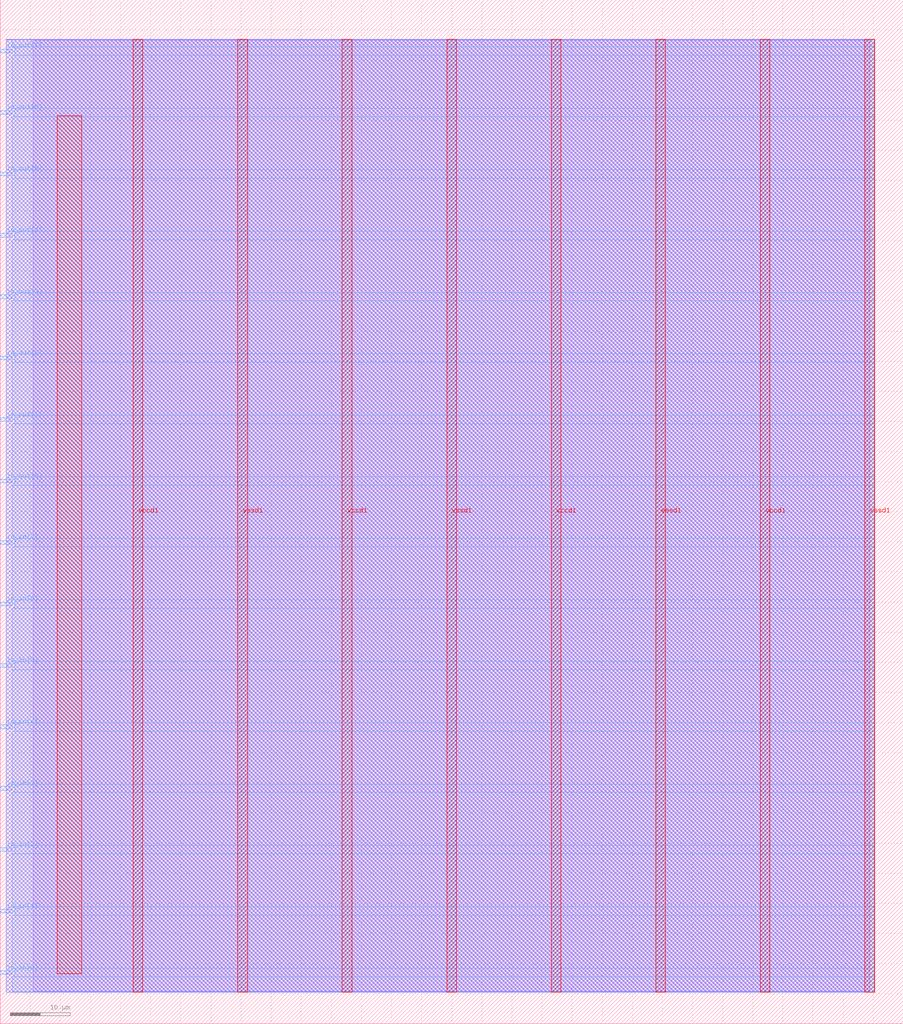
<source format=lef>
VERSION 5.7 ;
  NOWIREEXTENSIONATPIN ON ;
  DIVIDERCHAR "/" ;
  BUSBITCHARS "[]" ;
MACRO blueintegral_mat_mult
  CLASS BLOCK ;
  FOREIGN blueintegral_mat_mult ;
  ORIGIN 0.000 0.000 ;
  SIZE 150.000 BY 170.000 ;
  PIN io_in[0]
    DIRECTION INPUT ;
    USE SIGNAL ;
    PORT
      LAYER met3 ;
        RECT 0.000 8.200 2.000 8.800 ;
    END
  END io_in[0]
  PIN io_in[1]
    DIRECTION INPUT ;
    USE SIGNAL ;
    PORT
      LAYER met3 ;
        RECT 0.000 18.400 2.000 19.000 ;
    END
  END io_in[1]
  PIN io_in[2]
    DIRECTION INPUT ;
    USE SIGNAL ;
    PORT
      LAYER met3 ;
        RECT 0.000 28.600 2.000 29.200 ;
    END
  END io_in[2]
  PIN io_in[3]
    DIRECTION INPUT ;
    USE SIGNAL ;
    PORT
      LAYER met3 ;
        RECT 0.000 38.800 2.000 39.400 ;
    END
  END io_in[3]
  PIN io_in[4]
    DIRECTION INPUT ;
    USE SIGNAL ;
    PORT
      LAYER met3 ;
        RECT 0.000 49.000 2.000 49.600 ;
    END
  END io_in[4]
  PIN io_in[5]
    DIRECTION INPUT ;
    USE SIGNAL ;
    PORT
      LAYER met3 ;
        RECT 0.000 59.200 2.000 59.800 ;
    END
  END io_in[5]
  PIN io_in[6]
    DIRECTION INPUT ;
    USE SIGNAL ;
    PORT
      LAYER met3 ;
        RECT 0.000 69.400 2.000 70.000 ;
    END
  END io_in[6]
  PIN io_in[7]
    DIRECTION INPUT ;
    USE SIGNAL ;
    PORT
      LAYER met3 ;
        RECT 0.000 79.600 2.000 80.200 ;
    END
  END io_in[7]
  PIN io_out[0]
    DIRECTION OUTPUT TRISTATE ;
    USE SIGNAL ;
    PORT
      LAYER met3 ;
        RECT 0.000 89.800 2.000 90.400 ;
    END
  END io_out[0]
  PIN io_out[1]
    DIRECTION OUTPUT TRISTATE ;
    USE SIGNAL ;
    PORT
      LAYER met3 ;
        RECT 0.000 100.000 2.000 100.600 ;
    END
  END io_out[1]
  PIN io_out[2]
    DIRECTION OUTPUT TRISTATE ;
    USE SIGNAL ;
    PORT
      LAYER met3 ;
        RECT 0.000 110.200 2.000 110.800 ;
    END
  END io_out[2]
  PIN io_out[3]
    DIRECTION OUTPUT TRISTATE ;
    USE SIGNAL ;
    PORT
      LAYER met3 ;
        RECT 0.000 120.400 2.000 121.000 ;
    END
  END io_out[3]
  PIN io_out[4]
    DIRECTION OUTPUT TRISTATE ;
    USE SIGNAL ;
    PORT
      LAYER met3 ;
        RECT 0.000 130.600 2.000 131.200 ;
    END
  END io_out[4]
  PIN io_out[5]
    DIRECTION OUTPUT TRISTATE ;
    USE SIGNAL ;
    PORT
      LAYER met3 ;
        RECT 0.000 140.800 2.000 141.400 ;
    END
  END io_out[5]
  PIN io_out[6]
    DIRECTION OUTPUT TRISTATE ;
    USE SIGNAL ;
    PORT
      LAYER met3 ;
        RECT 0.000 151.000 2.000 151.600 ;
    END
  END io_out[6]
  PIN io_out[7]
    DIRECTION OUTPUT TRISTATE ;
    USE SIGNAL ;
    PORT
      LAYER met3 ;
        RECT 0.000 161.200 2.000 161.800 ;
    END
  END io_out[7]
  PIN vccd1
    DIRECTION INOUT ;
    USE POWER ;
    PORT
      LAYER met4 ;
        RECT 22.085 5.200 23.685 163.440 ;
    END
    PORT
      LAYER met4 ;
        RECT 56.815 5.200 58.415 163.440 ;
    END
    PORT
      LAYER met4 ;
        RECT 91.545 5.200 93.145 163.440 ;
    END
    PORT
      LAYER met4 ;
        RECT 126.275 5.200 127.875 163.440 ;
    END
  END vccd1
  PIN vssd1
    DIRECTION INOUT ;
    USE GROUND ;
    PORT
      LAYER met4 ;
        RECT 39.450 5.200 41.050 163.440 ;
    END
    PORT
      LAYER met4 ;
        RECT 74.180 5.200 75.780 163.440 ;
    END
    PORT
      LAYER met4 ;
        RECT 108.910 5.200 110.510 163.440 ;
    END
    PORT
      LAYER met4 ;
        RECT 143.640 5.200 145.240 163.440 ;
    END
  END vssd1
  OBS
      LAYER li1 ;
        RECT 5.520 5.355 144.440 163.285 ;
      LAYER met1 ;
        RECT 0.990 5.200 145.240 163.440 ;
      LAYER met2 ;
        RECT 1.020 5.255 145.210 163.385 ;
      LAYER met3 ;
        RECT 2.000 162.200 145.230 163.365 ;
        RECT 2.400 160.800 145.230 162.200 ;
        RECT 2.000 152.000 145.230 160.800 ;
        RECT 2.400 150.600 145.230 152.000 ;
        RECT 2.000 141.800 145.230 150.600 ;
        RECT 2.400 140.400 145.230 141.800 ;
        RECT 2.000 131.600 145.230 140.400 ;
        RECT 2.400 130.200 145.230 131.600 ;
        RECT 2.000 121.400 145.230 130.200 ;
        RECT 2.400 120.000 145.230 121.400 ;
        RECT 2.000 111.200 145.230 120.000 ;
        RECT 2.400 109.800 145.230 111.200 ;
        RECT 2.000 101.000 145.230 109.800 ;
        RECT 2.400 99.600 145.230 101.000 ;
        RECT 2.000 90.800 145.230 99.600 ;
        RECT 2.400 89.400 145.230 90.800 ;
        RECT 2.000 80.600 145.230 89.400 ;
        RECT 2.400 79.200 145.230 80.600 ;
        RECT 2.000 70.400 145.230 79.200 ;
        RECT 2.400 69.000 145.230 70.400 ;
        RECT 2.000 60.200 145.230 69.000 ;
        RECT 2.400 58.800 145.230 60.200 ;
        RECT 2.000 50.000 145.230 58.800 ;
        RECT 2.400 48.600 145.230 50.000 ;
        RECT 2.000 39.800 145.230 48.600 ;
        RECT 2.400 38.400 145.230 39.800 ;
        RECT 2.000 29.600 145.230 38.400 ;
        RECT 2.400 28.200 145.230 29.600 ;
        RECT 2.000 19.400 145.230 28.200 ;
        RECT 2.400 18.000 145.230 19.400 ;
        RECT 2.000 9.200 145.230 18.000 ;
        RECT 2.400 7.800 145.230 9.200 ;
        RECT 2.000 5.275 145.230 7.800 ;
      LAYER met4 ;
        RECT 9.495 8.335 13.505 150.785 ;
  END
END blueintegral_mat_mult
END LIBRARY


</source>
